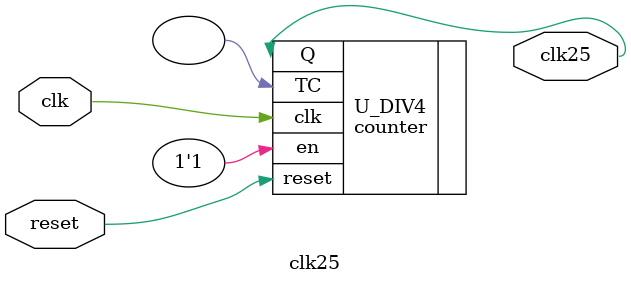
<source format=v>
module clk25 (
    input  wire clk,
    input  wire reset,
    output wire clk25
);
    wire q0;
    counter #(
        .MaxCount  (3),
        .DataWidth (2)
    ) U_DIV4 (
        .clk   (clk),
        .reset (reset),
        .en    (1'b1),
        .Q     (clk25),
        .TC    ()
    );


endmodule

</source>
